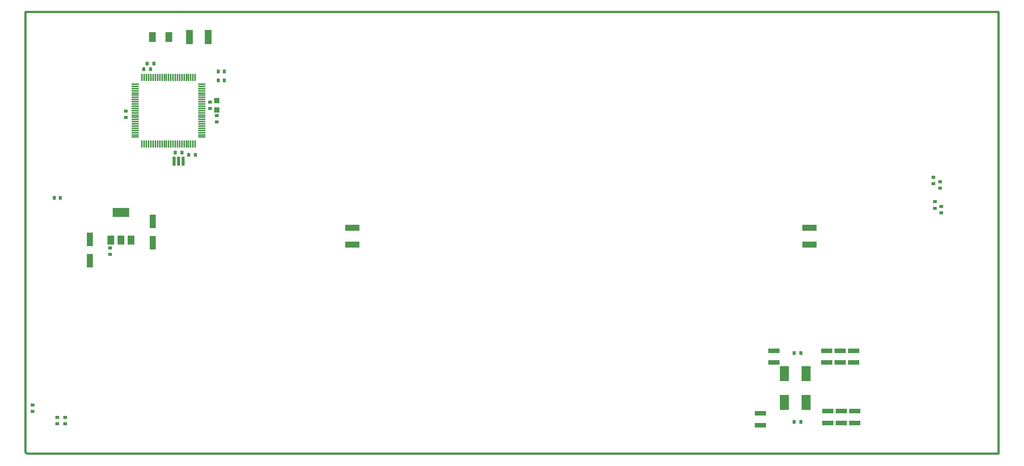
<source format=gbp>
%FSTAX23Y23*%
%MOIN*%
%SFA1B1*%

%IPPOS*%
%ADD10R,0.027559X0.035433*%
%ADD11R,0.078740X0.137795*%
%ADD24R,0.031496X0.035433*%
%ADD30R,0.055905X0.118897*%
%ADD31R,0.102362X0.043307*%
%ADD32R,0.035433X0.031496*%
%ADD33R,0.129921X0.055118*%
%ADD34R,0.035433X0.027559*%
%ADD52C,0.019685*%
%ADD68R,0.149606X0.078740*%
%ADD69R,0.059055X0.078740*%
%ADD70O,0.070866X0.011811*%
%ADD71O,0.011811X0.070866*%
%ADD72R,0.059842X0.085827*%
%ADD73R,0.048031X0.048031*%
%ADD74R,0.027953X0.079134*%
%ADD75R,0.061024X0.129921*%
%LNlv1-1*%
%LPD*%
G54D10*
X07769Y00679D03*
X0771D03*
X07769Y0129D03*
X0771D03*
X0232Y03059D03*
X02379D03*
X022Y03079D03*
X02259D03*
X01979Y0382D03*
X0192D03*
X02009Y0387D03*
X0195D03*
G54D11*
X07623Y0085D03*
X07816D03*
Y01109D03*
X07623D03*
G54D24*
X01122Y02673D03*
X01177D03*
X02637Y038D03*
X02582D03*
X02637Y0372D03*
X02582D03*
G54D30*
X0144Y02305D03*
Y02115D03*
X02Y02464D03*
Y02275D03*
G54D31*
X07529Y01312D03*
Y01206D03*
X0812Y01312D03*
Y01206D03*
X0824Y01312D03*
Y01206D03*
X08Y01312D03*
Y01206D03*
X07409Y00753D03*
Y00646D03*
X08009Y00773D03*
Y00666D03*
X08129Y00773D03*
Y00666D03*
X08249Y00773D03*
Y00666D03*
G54D32*
X01759Y03392D03*
Y03447D03*
X0251Y03527D03*
Y03472D03*
X0162Y02227D03*
Y02172D03*
G54D33*
X03775Y02407D03*
Y02257D03*
X07845Y02407D03*
Y02257D03*
G54D34*
X0115Y0066D03*
Y00719D03*
X0122Y0066D03*
Y00719D03*
X00929Y0077D03*
Y00829D03*
X0902Y0254D03*
Y02599D03*
X08961Y02641D03*
Y02582D03*
X09009Y0276D03*
Y02819D03*
X0895Y02859D03*
Y028D03*
X0257Y0335D03*
Y03409D03*
G54D52*
X09529Y00393D02*
Y0433D01*
X06809Y00393D02*
X09529D01*
X00879D02*
X06809D01*
X00866Y00407D02*
X00879Y00393D01*
X00866Y00407D02*
Y00409D01*
Y04329*
X00866Y0433D02*
X09529D01*
G54D68*
X01716Y02544D03*
G54D69*
X01626Y02296D03*
X01716D03*
X01807D03*
G54D70*
X02437Y03688D03*
Y03668D03*
Y03649D03*
Y03629D03*
Y03609D03*
Y0359D03*
Y0357D03*
Y0355D03*
Y03531D03*
Y03511D03*
Y03491D03*
Y03472D03*
Y03452D03*
Y03432D03*
Y03412D03*
Y03393D03*
Y03373D03*
Y03353D03*
Y03334D03*
Y03314D03*
Y03294D03*
Y03275D03*
Y03255D03*
Y03235D03*
Y03216D03*
X01843D03*
Y03235D03*
Y03255D03*
Y03275D03*
Y03294D03*
Y03314D03*
Y03334D03*
Y03353D03*
Y03373D03*
Y03393D03*
Y03412D03*
Y03432D03*
Y03452D03*
Y03472D03*
Y03491D03*
Y03511D03*
Y03531D03*
Y0355D03*
Y0357D03*
Y0359D03*
Y03609D03*
Y03629D03*
Y03649D03*
Y03668D03*
Y03688D03*
G54D71*
X02376Y03155D03*
X02357D03*
X02337D03*
X02317D03*
X02298D03*
X02278D03*
X02258D03*
X02238D03*
X02219D03*
X02199D03*
X02179D03*
X0216D03*
X0214D03*
X0212D03*
X02101D03*
X02081D03*
X02061D03*
X02042D03*
X02022D03*
X02002D03*
X01983D03*
X01963D03*
X01943D03*
X01924D03*
X01904D03*
Y03749D03*
X01924D03*
X01943D03*
X01963D03*
X01983D03*
X02002D03*
X02022D03*
X02042D03*
X02061D03*
X02081D03*
X02101D03*
X0212D03*
X0214D03*
X0216D03*
X02179D03*
X02199D03*
X02219D03*
X02238D03*
X02258D03*
X02278D03*
X02298D03*
X02317D03*
X02337D03*
X02357D03*
X02376D03*
G54D72*
X01997Y04109D03*
X02142D03*
G54D73*
X0257Y03458D03*
Y03542D03*
G54D74*
X02269Y03D03*
X02229D03*
X0219D03*
G54D75*
X02492Y04109D03*
X02327D03*
M02*
</source>
